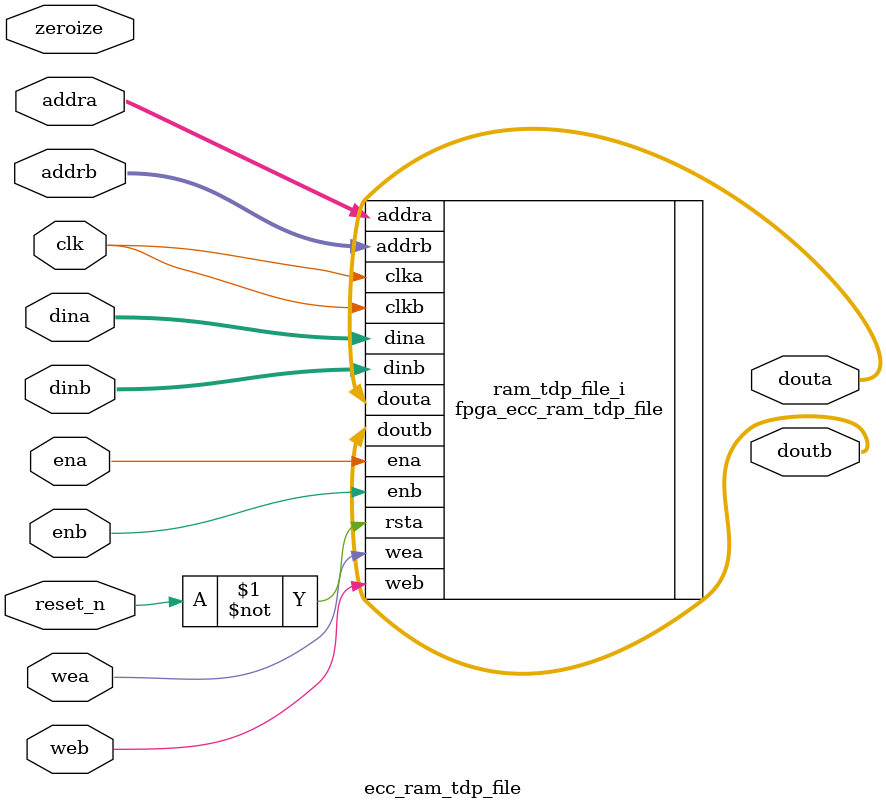
<source format=sv>

module ecc_ram_tdp_file #(
    parameter ADDR_WIDTH = 10,
    parameter DATA_WIDTH = 32
    )
    (      
    input  wire                      clk,
    input  wire                      reset_n,
    input  wire                      zeroize, // TODO: FPGA doesn't handle zeroize
    
    input  wire                      ena,
    input  wire                      wea,
    input  wire  [ADDR_WIDTH-1 : 0]  addra,
    input  wire  [DATA_WIDTH-1 : 0]  dina,
    output logic [DATA_WIDTH-1 : 0]  douta,

    input  wire                      enb,
    input  wire                      web,
    input  wire  [ADDR_WIDTH-1 : 0]  addrb,
    input  wire  [DATA_WIDTH-1 : 0]  dinb,
    output logic [DATA_WIDTH-1 : 0]  doutb
    );
    
    fpga_ecc_ram_tdp_file
        ram_tdp_file_i(
        .clka(clk),
        .clkb(clk),
        .rsta(~reset_n),

        .ena(ena),
        .wea(wea),
        .addra(addra),
        .dina(dina),
        .douta(douta),

        .enb(enb),
        .web(web),
        .addrb(addrb),
        .dinb(dinb),
        .doutb(doutb)
    );
 
endmodule

</source>
